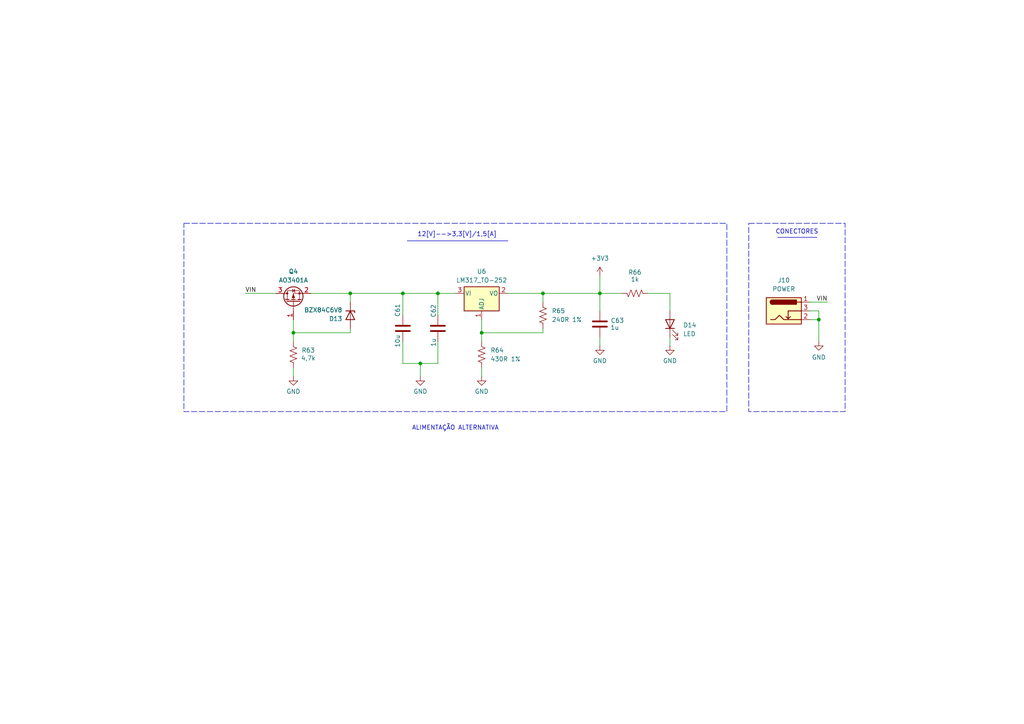
<source format=kicad_sch>
(kicad_sch (version 20231120) (generator "eeschema") (generator_version "8.0")
  (paper "A4")
  (title_block (title "SFP_IC") (date "2025-11-07") (rev "v1.0") (company "UNIFEI-LABTEL") (comment 1 "Autor: Josué Benevides Sanchez"))
  (lib_symbols
    (symbol "Connector:Barrel_Jack_Switch" (pin_names hide)
      (property "Reference" "J" (at 0 5.334 0))
      (property "Value" "Barrel_Jack_Switch" (at 0 -5.08 0))
      (symbol "Barrel_Jack_Switch_0_1"
        (rectangle (start -5.08 3.81) (end 5.08 -3.81) (stroke (width 0.254)) (fill (type background)))
        (arc (start -3.302 3.175) (mid -3.9343 2.54) (end -3.302 1.905) (stroke (width 0.254)))
        (arc (start -3.302 3.175) (mid -3.9343 2.54) (end -3.302 1.905) (stroke (width 0.254)) (fill (type outline)))
        (polyline (pts (xy 1.27 -2.286) (xy 1.905 -1.651)) (stroke (width 0.254)))
        (polyline (pts (xy 5.08 2.54) (xy 3.81 2.54)) (stroke (width 0.254)))
        (polyline (pts (xy 5.08 0) (xy 1.27 0) (xy 1.27 -2.286) (xy 0.635 -1.651)) (stroke (width 0.254)))
        (polyline (pts (xy -3.81 -2.54) (xy -2.54 -2.54) (xy -1.27 -1.27) (xy 0 -2.54) (xy 2.54 -2.54) (xy 5.08 -2.54)) (stroke (width 0.254)))
        (rectangle (start 3.683 3.175) (end -3.302 1.905) (stroke (width 0.254)) (fill (type outline)))
      )
      (symbol "Barrel_Jack_Switch_1_1"
        (pin passive line (at 7.62 2.54 180) (length 2.54) (name "~") (number "1"))
        (pin passive line (at 7.62 -2.54 180) (length 2.54) (name "~") (number "2"))
        (pin passive line (at 7.62 0 180) (length 2.54) (name "~") (number "3"))
      )
    )
    (symbol "Device:C" (pin_numbers hide) (pin_names (offset 0.254))
      (property "Reference" "C" (at 0.635 2.54 0))
      (property "Value" "C" (at 0.635 -2.54 0))
      (symbol "C_0_1"
        (polyline (pts (xy -2.032 -0.762) (xy 2.032 -0.762)) (stroke (width 0.508)))
        (polyline (pts (xy -2.032 0.762) (xy 2.032 0.762)) (stroke (width 0.508)))
      )
      (symbol "C_1_1"
        (pin passive line (at 0 3.81 270) (length 2.794) (name "~") (number "1"))
        (pin passive line (at 0 -3.81 90) (length 2.794) (name "~") (number "2"))
      )
    )
    (symbol "Device:LED" (pin_numbers hide) (pin_names (offset 1.016) hide)
      (property "Reference" "D" (at 0 2.54 0))
      (property "Value" "LED" (at 0 -2.54 0))
      (symbol "LED_0_1"
        (polyline (pts (xy -1.27 -1.27) (xy -1.27 1.27)) (stroke (width 0.254)))
        (polyline (pts (xy -1.27 0) (xy 1.27 0)))
        (polyline (pts (xy 1.27 -1.27) (xy 1.27 1.27) (xy -1.27 0) (xy 1.27 -1.27)) (stroke (width 0.254)))
        (polyline (pts (xy -3.048 -0.762) (xy -4.572 -2.286) (xy -3.81 -2.286) (xy -4.572 -2.286) (xy -4.572 -1.524)))
        (polyline (pts (xy -1.778 -0.762) (xy -3.302 -2.286) (xy -2.54 -2.286) (xy -3.302 -2.286) (xy -3.302 -1.524)))
      )
      (symbol "LED_1_1"
        (pin passive line (at -3.81 0 0) (length 2.54) (name "K") (number "1"))
        (pin passive line (at 3.81 0 180) (length 2.54) (name "A") (number "2"))
      )
    )
    (symbol "Device:R_US" (pin_numbers hide) (pin_names (offset 0))
      (property "Reference" "R" (at 2.54 0 90))
      (property "Value" "R_US" (at -2.54 0 90))
      (symbol "R_US_0_1"
        (polyline (pts (xy 0 -2.286) (xy 0 -2.54)))
        (polyline (pts (xy 0 2.286) (xy 0 2.54)))
        (polyline (pts (xy 0 -0.762) (xy 1.016 -1.143) (xy 0 -1.524) (xy -1.016 -1.905) (xy 0 -2.286)))
        (polyline (pts (xy 0 0.762) (xy 1.016 0.381) (xy 0 0) (xy -1.016 -0.381) (xy 0 -0.762)))
        (polyline (pts (xy 0 2.286) (xy 1.016 1.905) (xy 0 1.524) (xy -1.016 1.143) (xy 0 0.762)))
      )
      (symbol "R_US_1_1"
        (pin passive line (at 0 3.81 270) (length 1.27) (name "~") (number "1"))
        (pin passive line (at 0 -3.81 90) (length 1.27) (name "~") (number "2"))
      )
    )
    (symbol "Diode:BZX84Cxx" (pin_numbers hide) (pin_names hide)
      (property "Reference" "D" (at 0 3.81 0))
      (property "Value" "BZX84Cxx" (at 0 -3.81 0))
      (symbol "BZX84Cxx_0_1"
        (polyline (pts (xy 1.27 0) (xy -1.27 0)))
        (polyline (pts (xy -1.27 -1.27) (xy -1.27 1.27) (xy -0.762 1.27)) (stroke (width 0.254)))
        (polyline (pts (xy 1.27 -1.27) (xy 1.27 1.27) (xy -1.27 0) (xy 1.27 -1.27)) (stroke (width 0.254)))
      )
      (symbol "BZX84Cxx_1_1"
        (pin passive line (at 3.81 0 180) (length 2.54) (name "A") (number "1"))
        (pin no_connect line (at 1.27 0 180) (length 2.54) hide (name "NC") (number "2"))
        (pin passive line (at -3.81 0 0) (length 2.54) (name "K") (number "3"))
      )
    )
    (symbol "Regulator_Linear:LM317_TO-252" (pin_names (offset 0.254))
      (property "Reference" "U" (at -3.81 3.175 0))
      (property "Value" "LM317_TO-252" (at 0 3.175 0))
      (symbol "LM317_TO-252_0_1"
        (rectangle (start -5.08 1.905) (end 5.08 -5.08) (stroke (width 0.254)) (fill (type background)))
      )
      (symbol "LM317_TO-252_1_1"
        (pin input line (at 0 -7.62 90) (length 2.54) (name "ADJ") (number "1"))
        (pin power_out line (at 7.62 0 180) (length 2.54) (name "VO") (number "2"))
        (pin power_in line (at -7.62 0 0) (length 2.54) (name "VI") (number "3"))
      )
    )
    (symbol "Transistor_FET:AO3401A" (pin_names hide)
      (property "Reference" "Q" (at 5.08 1.905 0))
      (property "Value" "AO3401A" (at 5.08 0 0))
      (symbol "AO3401A_0_1"
        (polyline (pts (xy 0.254 0) (xy -2.54 0)))
        (polyline (pts (xy 0.254 1.905) (xy 0.254 -1.905)) (stroke (width 0.254)))
        (polyline (pts (xy 0.762 -1.27) (xy 0.762 -2.286)) (stroke (width 0.254)))
        (polyline (pts (xy 0.762 0.508) (xy 0.762 -0.508)) (stroke (width 0.254)))
        (polyline (pts (xy 0.762 2.286) (xy 0.762 1.27)) (stroke (width 0.254)))
        (polyline (pts (xy 2.54 2.54) (xy 2.54 1.778)))
        (polyline (pts (xy 2.54 -2.54) (xy 2.54 0) (xy 0.762 0)))
        (polyline (pts (xy 0.762 1.778) (xy 3.302 1.778) (xy 3.302 -1.778) (xy 0.762 -1.778)))
        (polyline (pts (xy 2.286 0) (xy 1.27 0.381) (xy 1.27 -0.381) (xy 2.286 0)) (fill (type outline)))
        (polyline (pts (xy 2.794 -0.508) (xy 2.921 -0.381) (xy 3.683 -0.381) (xy 3.81 -0.254)))
        (polyline (pts (xy 3.302 -0.381) (xy 2.921 0.254) (xy 3.683 0.254) (xy 3.302 -0.381)))
        (circle (center 1.651 0) (radius 2.794) (stroke (width 0.254)))
        (circle (center 2.54 -1.778) (radius 0.254) (fill (type outline)))
        (circle (center 2.54 1.778) (radius 0.254) (fill (type outline)))
      )
      (symbol "AO3401A_1_1"
        (pin input line (at -5.08 0 0) (length 2.54) (name "G") (number "1"))
        (pin passive line (at 2.54 -5.08 90) (length 2.54) (name "S") (number "2"))
        (pin passive line (at 2.54 5.08 270) (length 2.54) (name "D") (number "3"))
      )
    )
    (symbol "power:+3V3" (power) (pin_numbers hide) (pin_names (offset 0) hide)
      (property "Value" "+3V3" (at 0 3.556 0))
      (symbol "+3V3_0_1"
        (polyline (pts (xy -0.762 1.27) (xy 0 2.54)))
        (polyline (pts (xy 0 0) (xy 0 2.54)))
        (polyline (pts (xy 0 2.54) (xy 0.762 1.27)))
      )
      (symbol "+3V3_1_1"
        (pin power_in line (at 0 0 90) (length 0) (name "~") (number "1"))
      )
    )
    (symbol "power:GND" (power) (pin_numbers hide) (pin_names (offset 0) hide)
      (property "Value" "GND" (at 0 -3.81 0))
      (symbol "GND_0_1"
        (polyline (pts (xy 0 0) (xy 0 -1.27) (xy 1.27 -1.27) (xy 0 -2.54) (xy -1.27 -1.27) (xy 0 -1.27)))
      )
      (symbol "GND_1_1"
        (pin power_in line (at 0 0 270) (length 0) (name "~") (number "1"))
      )
    )
  )
  (junction (at 101.6 85.09))
  (junction (at 237.49 92.71))
  (junction (at 139.7 96.52))
  (junction (at 173.99 85.09))
  (junction (at 157.48 85.09))
  (junction (at 121.92 105.41))
  (junction (at 127 85.09))
  (junction (at 85.09 96.52))
  (junction (at 116.84 85.09))
  (wire (pts (xy 127 85.09) (xy 127 91.44)))
  (wire (pts (xy 234.95 92.71) (xy 237.49 92.71)))
  (wire (pts (xy 157.48 96.52) (xy 157.48 95.25)))
  (wire (pts (xy 85.09 96.52) (xy 85.09 99.06)))
  (polyline (pts (xy 118.11 69.85) (xy 147.32 69.85)))
  (polyline (pts (xy 225.552 68.834) (xy 236.982 68.834)))
  (wire (pts (xy 90.17 85.09) (xy 101.6 85.09)))
  (wire (pts (xy 173.99 85.09) (xy 157.48 85.09)))
  (wire (pts (xy 101.6 85.09) (xy 101.6 87.63)))
  (wire (pts (xy 173.99 80.01) (xy 173.99 85.09)))
  (wire (pts (xy 157.48 87.63) (xy 157.48 85.09)))
  (wire (pts (xy 173.99 90.17) (xy 173.99 85.09)))
  (wire (pts (xy 121.92 105.41) (xy 127 105.41)))
  (wire (pts (xy 116.84 85.09) (xy 127 85.09)))
  (wire (pts (xy 237.49 90.17) (xy 234.95 90.17)))
  (wire (pts (xy 237.49 92.71) (xy 237.49 90.17)))
  (wire (pts (xy 237.49 99.06) (xy 237.49 92.71)))
  (wire (pts (xy 101.6 85.09) (xy 116.84 85.09)))
  (wire (pts (xy 139.7 96.52) (xy 157.48 96.52)))
  (wire (pts (xy 85.09 106.68) (xy 85.09 109.22)))
  (wire (pts (xy 139.7 92.71) (xy 139.7 96.52)))
  (wire (pts (xy 121.92 105.41) (xy 116.84 105.41)))
  (wire (pts (xy 127 105.41) (xy 127 99.06)))
  (wire (pts (xy 187.96 85.09) (xy 194.31 85.09)))
  (wire (pts (xy 139.7 96.52) (xy 139.7 99.06)))
  (wire (pts (xy 116.84 91.44) (xy 116.84 85.09)))
  (wire (pts (xy 121.92 105.41) (xy 121.92 109.22)))
  (wire (pts (xy 127 85.09) (xy 132.08 85.09)))
  (wire (pts (xy 85.09 92.71) (xy 85.09 96.52)))
  (wire (pts (xy 116.84 99.06) (xy 116.84 105.41)))
  (wire (pts (xy 194.31 85.09) (xy 194.31 90.17)))
  (wire (pts (xy 147.32 85.09) (xy 157.48 85.09)))
  (wire (pts (xy 101.6 96.52) (xy 101.6 95.25)))
  (wire (pts (xy 85.09 96.52) (xy 101.6 96.52)))
  (wire (pts (xy 139.7 106.68) (xy 139.7 109.22)))
  (wire (pts (xy 173.99 97.79) (xy 173.99 100.33)))
  (wire (pts (xy 173.99 85.09) (xy 180.34 85.09)))
  (wire (pts (xy 194.31 97.79) (xy 194.31 100.33)))
  (wire (pts (xy 71.12 85.09) (xy 80.01 85.09)))
  (wire (pts (xy 234.95 87.63) (xy 240.03 87.63)))
  (rectangle (start 217.17 64.77) (end 245.11 119.38) (stroke (width 0) (type dash)))
  (rectangle (start 53.34 64.77) (end 210.82 119.38) (stroke (width 0) (type dash)))
  (text "12[V]-->3,3[V]/1,5[A]" (at 132.588 68.072 0) (effects (font (size 1.27 1.27))))
  (text "CONECTORES" (at 231.14 67.31 0) (effects (font (size 1.27 1.27))))
  (text "ALIMENTAÇÃO ALTERNATIVA\n" (at 132.08 124.206 0) (effects (font (size 1.27 1.27))))
  (label "VIN" (at 240.03 87.63 180))
  (label "VIN" (at 71.12 85.09 0))
  (symbol (lib_id "Device:R_US") (at 139.7 102.87 0) (unit 1) (on_board no)
    (property "Reference" "R64" (at 142.24 101.5999 0) (effects (justify left)))
    (property "Value" "430R 1%" (at 142.24 104.1399 0) (effects (justify left)))
    (property "Footprint" "Resistor_SMD:R_0201_0603Metric" (effects (hide yes)))
    (property "Description" "Resistor, US symbol" (effects (hide yes)))
    (property "JLCPCB Part #" "C23170" (effects (hide yes)))
  )
  (symbol (lib_id "Device:R_US") (at 157.48 91.44 0) (unit 1) (on_board no)
    (property "Reference" "R65" (at 160.02 90.1699 0) (effects (justify left)))
    (property "Value" "240R 1%" (at 160.02 92.7099 0) (effects (justify left)))
    (property "Footprint" "Resistor_SMD:R_0603_1608Metric" (effects (hide yes)))
    (property "Description" "Resistor, US symbol" (effects (hide yes)))
    (property "JLCPCB Part #" "C23350" (effects (hide yes)))
  )
  (symbol (lib_id "Device:R_US") (at 85.09 102.87 180) (unit 1) (on_board no)
    (property "Reference" "R63" (at 89.408 101.6 0))
    (property "Value" "4,7k" (at 89.408 103.886 0))
    (property "Footprint" "Resistor_SMD:R_0402_1005Metric" (effects (hide yes)))
    (property "Description" "Resistor, US symbol" (effects (hide yes)))
    (property "JLCPCB Part #" "C25900" (effects (hide yes)))
  )
  (symbol (lib_id "Transistor_FET:AO3401A") (at 85.09 87.63 90) (unit 1) (on_board no)
    (property "Reference" "Q4" (at 85.09 78.74 90))
    (property "Value" "AO3401A" (at 85.09 81.28 90))
    (property "Footprint" "Package_TO_SOT_SMD:SOT-23" (effects (hide yes)))
    (property "Datasheet" "http://www.aosmd.com/pdfs/datasheet/AO3401A.pdf" (effects (hide yes)))
    (property "Description" "-4.0A Id, -30V Vds, P-Channel MOSFET, SOT-23" (effects (hide yes)))
    (property "JLCPCB Part #" "C15127" (effects (hide yes)))
  )
  (symbol (lib_id "power:GND") (at 194.31 100.33 0) (unit 1) (on_board no)
    (property "Reference" "#PWR082" (effects (hide yes)))
    (property "Value" "GND" (at 194.31 104.648 0))
    (property "Description" "Power symbol creates a global label with name \"GND\" , ground" (effects (hide yes)))
  )
  (symbol (lib_id "Regulator_Linear:LM317_TO-252") (at 139.7 85.09 0) (unit 1) (on_board no)
    (property "Reference" "U6" (at 139.7 78.74 0))
    (property "Value" "LM317_TO-252" (at 139.7 81.28 0))
    (property "Footprint" "Package_TO_SOT_SMD:TO-252-2" (effects (hide yes)))
    (property "Datasheet" "http://www.ti.com/lit/ds/snvs774n/snvs774n.pdf" (effects (hide yes)))
    (property "Description" "1.5A 35V Adjustable Linear Regulator, TO-252" (effects (hide yes)))
    (property "JLCPCB Part #" "C75510" (effects (hide yes)))
  )
  (symbol (lib_id "power:GND") (at 121.92 109.22 0) (unit 1) (on_board no)
    (property "Reference" "#PWR078" (effects (hide yes)))
    (property "Value" "GND" (at 121.92 113.538 0))
    (property "Description" "Power symbol creates a global label with name \"GND\" , ground" (effects (hide yes)))
  )
  (symbol (lib_id "Device:C") (at 173.99 93.98 0) (mirror y) (unit 1) (on_board no)
    (property "Reference" "C63" (at 179.07 92.964 0))
    (property "Value" "1u" (at 178.308 94.996 0))
    (property "Footprint" "Capacitor_SMD:C_0603_1608Metric" (effects (hide yes)))
    (property "Description" "Unpolarized capacitor" (effects (hide yes)))
    (property "JLCPCB Part #" "C15849" (effects (hide yes)))
  )
  (symbol (lib_id "power:+3V3") (at 173.99 80.01 0) (unit 1) (on_board no)
    (property "Reference" "#PWR080" (effects (hide yes)))
    (property "Value" "+3V3" (at 173.99 74.93 0))
    (property "Description" "Power symbol creates a global label with name \"+3V3\"" (effects (hide yes)))
  )
  (symbol (lib_id "Device:LED") (at 194.31 93.98 90) (unit 1) (on_board no)
    (property "Reference" "D14" (at 198.12 94.2974 90) (effects (justify right)))
    (property "Value" "LED" (at 198.12 96.8374 90) (effects (justify right)))
    (property "Footprint" "LED_SMD:LED_0603_1608Metric" (effects (hide yes)))
    (property "Description" "Light emitting diode" (effects (hide yes)))
    (property "JLCPCB Part #" "C2286" (effects (hide yes)))
  )
  (symbol (lib_id "power:GND") (at 173.99 100.33 0) (unit 1) (on_board no)
    (property "Reference" "#PWR081" (effects (hide yes)))
    (property "Value" "GND" (at 173.99 104.648 0))
    (property "Description" "Power symbol creates a global label with name \"GND\" , ground" (effects (hide yes)))
  )
  (symbol (lib_id "Device:C") (at 116.84 95.25 0) (unit 1) (on_board no)
    (property "Reference" "C61" (at 115.316 91.948 90) (effects (justify left)))
    (property "Value" "10u" (at 115.316 100.838 90) (effects (justify left)))
    (property "Footprint" "Capacitor_SMD:C_0603_1608Metric" (effects (hide yes)))
    (property "Description" "Unpolarized capacitor" (effects (hide yes)))
    (property "JLCPCB Part #" "C19702" (effects (hide yes)))
  )
  (symbol (lib_id "Diode:BZX84Cxx") (at 101.6 91.44 270) (unit 1) (on_board no)
    (property "Reference" "D13" (at 99.314 92.456 90) (effects (justify right)))
    (property "Value" "BZX84C6V8" (at 99.314 89.916 90) (effects (justify right)))
    (property "Footprint" "Package_TO_SOT_SMD:SOT-23" (effects (hide yes)))
    (property "Datasheet" "https://jlcpcb.com/api/file/downloadByFileSystemAccessId/8564882252250849280" (effects (hide yes)))
    (property "Description" "300mW Zener Diode, SOT-23" (effects (hide yes)))
    (property "JLCPCB Part #" "C22379473" (effects (hide yes)))
  )
  (symbol (lib_id "power:GND") (at 85.09 109.22 0) (unit 1) (on_board no)
    (property "Reference" "#PWR077" (effects (hide yes)))
    (property "Value" "GND" (at 85.09 113.538 0))
    (property "Description" "Power symbol creates a global label with name \"GND\" , ground" (effects (hide yes)))
  )
  (symbol (lib_id "Device:C") (at 127 95.25 0) (mirror y) (unit 1) (on_board no)
    (property "Reference" "C62" (at 125.73 90.17 90))
    (property "Value" "1u" (at 125.73 99.314 90))
    (property "Footprint" "Capacitor_SMD:C_0603_1608Metric" (effects (hide yes)))
    (property "Description" "Unpolarized capacitor" (effects (hide yes)))
    (property "JLCPCB Part #" "C15849" (effects (hide yes)))
  )
  (symbol (lib_id "Device:R_US") (at 184.15 85.09 270) (mirror x) (unit 1) (on_board no)
    (property "Reference" "R66" (at 184.15 78.994 90))
    (property "Value" "1k" (at 184.15 81.026 90))
    (property "Footprint" "Resistor_SMD:R_0402_1005Metric" (effects (hide yes)))
    (property "Description" "Resistor, US symbol" (effects (hide yes)))
    (property "JLCPCB Part #" "C11702" (effects (hide yes)))
  )
  (symbol (lib_id "power:GND") (at 139.7 109.22 0) (unit 1) (on_board no)
    (property "Reference" "#PWR079" (effects (hide yes)))
    (property "Value" "GND" (at 139.7 113.538 0))
    (property "Description" "Power symbol creates a global label with name \"GND\" , ground" (effects (hide yes)))
  )
  (symbol (lib_id "power:GND") (at 237.49 99.06 0) (unit 1) (in_bom no) (on_board no)
    (property "Reference" "#PWR083" (effects (hide yes)))
    (property "Value" "GND" (at 237.49 103.632 0))
    (property "Description" "Power symbol creates a global label with name \"GND\" , ground" (effects (hide yes)))
  )
  (symbol (lib_id "Connector:Barrel_Jack_Switch") (at 227.33 90.17 0) (unit 1) (in_bom no) (on_board no)
    (property "Reference" "J10" (at 227.33 81.28 0))
    (property "Value" "POWER" (at 227.33 83.82 0))
    (property "Footprint" "Connector_BarrelJack:BarrelJack_GCT_DCJ200-10-A_Horizontal" (effects (hide yes)))
    (property "Description" "DC Barrel Jack with an internal switch" (effects (hide yes)))
  )
)
</source>
